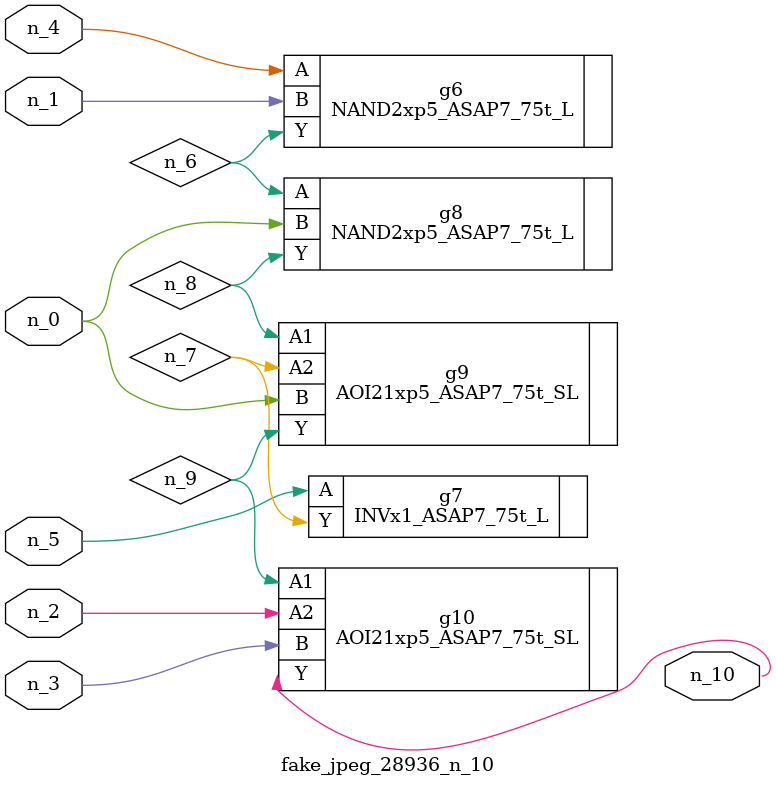
<source format=v>
module fake_jpeg_28936_n_10 (n_3, n_2, n_1, n_0, n_4, n_5, n_10);

input n_3;
input n_2;
input n_1;
input n_0;
input n_4;
input n_5;

output n_10;

wire n_8;
wire n_9;
wire n_6;
wire n_7;

NAND2xp5_ASAP7_75t_L g6 ( 
.A(n_4),
.B(n_1),
.Y(n_6)
);

INVx1_ASAP7_75t_L g7 ( 
.A(n_5),
.Y(n_7)
);

NAND2xp5_ASAP7_75t_L g8 ( 
.A(n_6),
.B(n_0),
.Y(n_8)
);

AOI21xp5_ASAP7_75t_SL g9 ( 
.A1(n_8),
.A2(n_7),
.B(n_0),
.Y(n_9)
);

AOI21xp5_ASAP7_75t_SL g10 ( 
.A1(n_9),
.A2(n_2),
.B(n_3),
.Y(n_10)
);


endmodule
</source>
